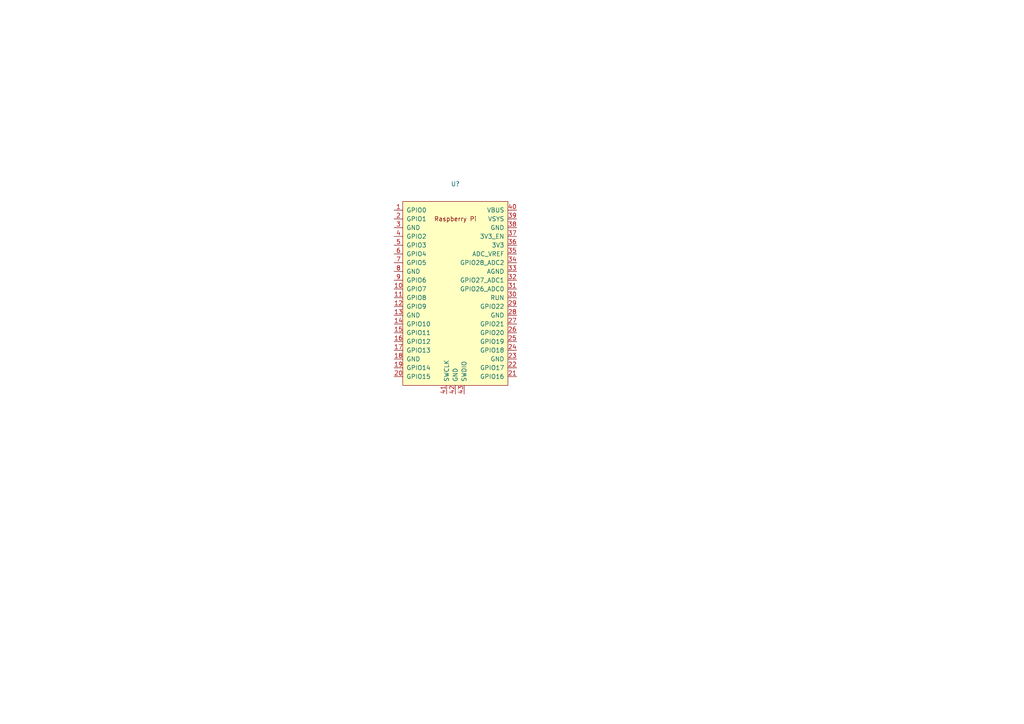
<source format=kicad_sch>
(kicad_sch (version 20211123) (generator eeschema)
  (paper "A4")
  (lib_symbols
    (symbol "RPi_Pico:PicoW" (pin_names (offset 1.016))
      (property "Reference" "U" (at -13.97 27.94 0))
      (property "Value" "PicoW" (at 0 19.05 0))
      (symbol "PicoW_0_0"
        (text "Raspberry Pi" (at 0 21.59 0) (effects (font (size 1.27 1.27))))
      )
      (symbol "PicoW_0_1"
        (rectangle (start -15.24 26.67) (end 15.24 -26.67) (fill (type background)))
      )
      (symbol "PicoW_1_1"
        (pin bidirectional line (at -17.78 24.13 0) (length 2.54) (name "GPIO0") (number "1"))
        (pin bidirectional line (at -17.78 1.27 0) (length 2.54) (name "GPIO7") (number "10"))
        (pin bidirectional line (at -17.78 -1.27 0) (length 2.54) (name "GPIO8") (number "11"))
        (pin bidirectional line (at -17.78 -3.81 0) (length 2.54) (name "GPIO9") (number "12"))
        (pin power_in line (at -17.78 -6.35 0) (length 2.54) (name "GND") (number "13"))
        (pin bidirectional line (at -17.78 -8.89 0) (length 2.54) (name "GPIO10") (number "14"))
        (pin bidirectional line (at -17.78 -11.43 0) (length 2.54) (name "GPIO11") (number "15"))
        (pin bidirectional line (at -17.78 -13.97 0) (length 2.54) (name "GPIO12") (number "16"))
        (pin bidirectional line (at -17.78 -16.51 0) (length 2.54) (name "GPIO13") (number "17"))
        (pin power_in line (at -17.78 -19.05 0) (length 2.54) (name "GND") (number "18"))
        (pin bidirectional line (at -17.78 -21.59 0) (length 2.54) (name "GPIO14") (number "19"))
        (pin bidirectional line (at -17.78 21.59 0) (length 2.54) (name "GPIO1") (number "2"))
        (pin bidirectional line (at -17.78 -24.13 0) (length 2.54) (name "GPIO15") (number "20"))
        (pin bidirectional line (at 17.78 -24.13 180) (length 2.54) (name "GPIO16") (number "21"))
        (pin bidirectional line (at 17.78 -21.59 180) (length 2.54) (name "GPIO17") (number "22"))
        (pin power_in line (at 17.78 -19.05 180) (length 2.54) (name "GND") (number "23"))
        (pin bidirectional line (at 17.78 -16.51 180) (length 2.54) (name "GPIO18") (number "24"))
        (pin bidirectional line (at 17.78 -13.97 180) (length 2.54) (name "GPIO19") (number "25"))
        (pin bidirectional line (at 17.78 -11.43 180) (length 2.54) (name "GPIO20") (number "26"))
        (pin bidirectional line (at 17.78 -8.89 180) (length 2.54) (name "GPIO21") (number "27"))
        (pin power_in line (at 17.78 -6.35 180) (length 2.54) (name "GND") (number "28"))
        (pin bidirectional line (at 17.78 -3.81 180) (length 2.54) (name "GPIO22") (number "29"))
        (pin power_in line (at -17.78 19.05 0) (length 2.54) (name "GND") (number "3"))
        (pin input line (at 17.78 -1.27 180) (length 2.54) (name "RUN") (number "30"))
        (pin bidirectional line (at 17.78 1.27 180) (length 2.54) (name "GPIO26_ADC0") (number "31"))
        (pin bidirectional line (at 17.78 3.81 180) (length 2.54) (name "GPIO27_ADC1") (number "32"))
        (pin power_in line (at 17.78 6.35 180) (length 2.54) (name "AGND") (number "33"))
        (pin bidirectional line (at 17.78 8.89 180) (length 2.54) (name "GPIO28_ADC2") (number "34"))
        (pin unspecified line (at 17.78 11.43 180) (length 2.54) (name "ADC_VREF") (number "35"))
        (pin unspecified line (at 17.78 13.97 180) (length 2.54) (name "3V3") (number "36"))
        (pin input line (at 17.78 16.51 180) (length 2.54) (name "3V3_EN") (number "37"))
        (pin bidirectional line (at 17.78 19.05 180) (length 2.54) (name "GND") (number "38"))
        (pin unspecified line (at 17.78 21.59 180) (length 2.54) (name "VSYS") (number "39"))
        (pin bidirectional line (at -17.78 16.51 0) (length 2.54) (name "GPIO2") (number "4"))
        (pin unspecified line (at 17.78 24.13 180) (length 2.54) (name "VBUS") (number "40"))
        (pin input line (at -2.54 -29.21 90) (length 2.54) (name "SWCLK") (number "41"))
        (pin power_in line (at 0 -29.21 90) (length 2.54) (name "GND") (number "42"))
        (pin bidirectional line (at 2.54 -29.21 90) (length 2.54) (name "SWDIO") (number "43"))
        (pin bidirectional line (at -17.78 13.97 0) (length 2.54) (name "GPIO3") (number "5"))
        (pin bidirectional line (at -17.78 11.43 0) (length 2.54) (name "GPIO4") (number "6"))
        (pin bidirectional line (at -17.78 8.89 0) (length 2.54) (name "GPIO5") (number "7"))
        (pin power_in line (at -17.78 6.35 0) (length 2.54) (name "GND") (number "8"))
        (pin bidirectional line (at -17.78 3.81 0) (length 2.54) (name "GPIO6") (number "9"))
      )
    )
  )
  (symbol (lib_id "RPi_Pico:PicoW") (at 132.08 85.09 0) (unit 1)
    (property "Reference" "U?" (at 132.08 53.34 0))
  )
)
</source>
